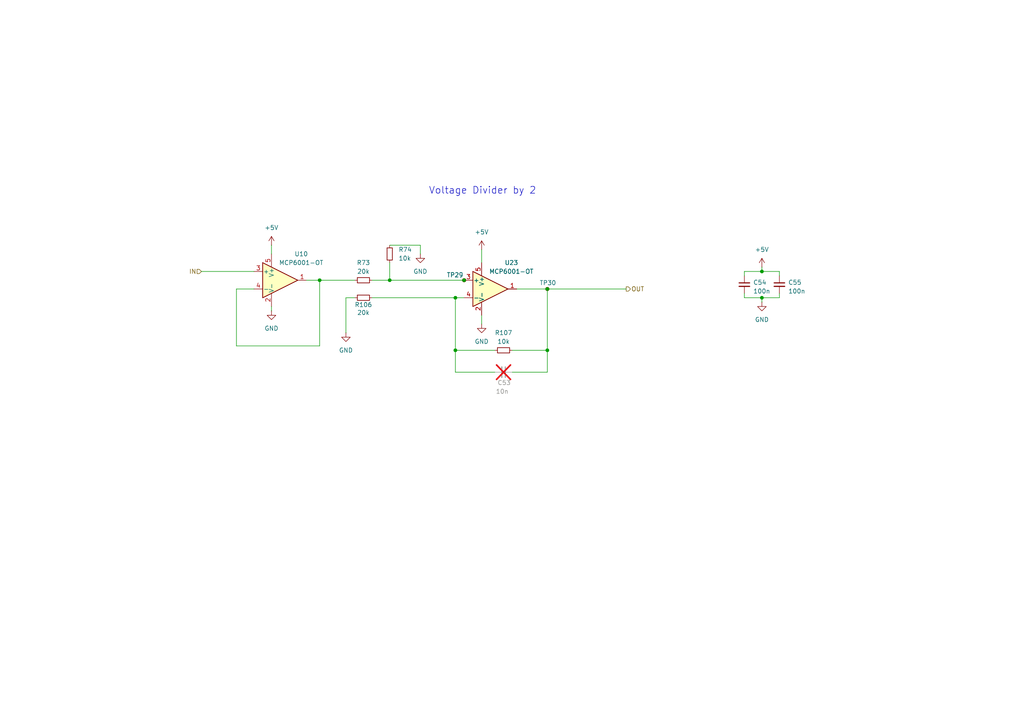
<source format=kicad_sch>
(kicad_sch (version 20250114) (generator "eeschema") (generator_version "9.0")
  (paper "A4")
  (lib_symbols
    (symbol "Amplifier_Operational:MCP6001-OT" (pin_names (offset 0.127))
      (property "Reference" "U" (at -1.27 6.35 0))
      (property "Value" "MCP6001-OT" (at -1.27 3.81 0))
      (symbol "MCP6001-OT_0_1"
        (polyline (pts (xy -5.08 5.08) (xy 5.08 0) (xy -5.08 -5.08) (xy -5.08 5.08)) (stroke (width 0.254)) (fill (type background)))
        (pin power_in line (at -2.54 7.62 270) (length 3.81) (name "V+") (number "5"))
        (pin power_in line (at -2.54 -7.62 90) (length 3.81) (name "V-") (number "2"))
      )
      (symbol "MCP6001-OT_1_1"
        (pin input line (at -7.62 2.54 0) (length 2.54) (name "+") (number "3"))
        (pin input line (at -7.62 -2.54 0) (length 2.54) (name "-") (number "4"))
        (pin output line (at 7.62 0 180) (length 2.54) (name "~") (number "1"))
      )
    )
    (symbol "Connector:TestPoint_Small" (pin_numbers (hide yes)) (pin_names (offset 0.762) (hide yes))
      (property "Reference" "TP" (at 0 3.81 0))
      (property "Value" "TestPoint_Small" (at 0 2.032 0))
      (symbol "TestPoint_Small_0_1"
        (circle (center 0 0) (radius 0.508))
      )
      (symbol "TestPoint_Small_1_1"
        (pin passive line (at 0 0 90) (length 0) (name "1") (number "1"))
      )
    )
    (symbol "Device:C_Small" (pin_numbers (hide yes)) (pin_names (offset 0.254) (hide yes))
      (property "Reference" "C" (at 0.254 1.778 0))
      (property "Value" "C_Small" (at 0.254 -2.032 0))
      (symbol "C_Small_0_1"
        (polyline (pts (xy -1.524 0.508) (xy 1.524 0.508)) (stroke (width 0.3048)))
        (polyline (pts (xy -1.524 -0.508) (xy 1.524 -0.508)) (stroke (width 0.3302)))
      )
      (symbol "C_Small_1_1"
        (pin passive line (at 0 2.54 270) (length 2.032) (name "~") (number "1"))
        (pin passive line (at 0 -2.54 90) (length 2.032) (name "~") (number "2"))
      )
    )
    (symbol "Device:R_Small" (pin_numbers (hide yes)) (pin_names (offset 0.254) (hide yes))
      (property "Reference" "R" (at 0.762 0.508 0))
      (property "Value" "R_Small" (at 0.762 -1.016 0))
      (symbol "R_Small_0_1"
        (rectangle (start -0.762 1.778) (end 0.762 -1.778) (stroke (width 0.2032)))
      )
      (symbol "R_Small_1_1"
        (pin passive line (at 0 2.54 270) (length 0.762) (name "~") (number "1"))
        (pin passive line (at 0 -2.54 90) (length 0.762) (name "~") (number "2"))
      )
    )
    (symbol "power:+5V" (power) (pin_numbers (hide yes)) (pin_names (offset 0) (hide yes))
      (property "Value" "+5V" (at 0 3.556 0))
      (symbol "+5V_0_1"
        (polyline (pts (xy -0.762 1.27) (xy 0 2.54)))
        (polyline (pts (xy 0 2.54) (xy 0.762 1.27)))
        (polyline (pts (xy 0 0) (xy 0 2.54)))
      )
      (symbol "+5V_1_1"
        (pin power_in line (at 0 0 90) (length 0) (name "~") (number "1"))
      )
    )
    (symbol "power:GND" (power) (pin_numbers (hide yes)) (pin_names (offset 0) (hide yes))
      (property "Value" "GND" (at 0 -3.81 0))
      (symbol "GND_0_1"
        (polyline (pts (xy 0 0) (xy 0 -1.27) (xy 1.27 -1.27) (xy 0 -2.54) (xy -1.27 -1.27) (xy 0 -1.27)))
      )
      (symbol "GND_1_1"
        (pin power_in line (at 0 0 270) (length 0) (name "~") (number "1"))
      )
    )
  )
  (text "Voltage Divider by 2\n" (at 139.954 55.372 0) (effects (font (size 2 2))))
  (junction (at 220.98 78.74))
  (junction (at 92.71 81.28))
  (junction (at 158.75 101.6))
  (junction (at 134.62 81.28))
  (junction (at 132.08 101.6))
  (junction (at 132.08 86.36))
  (junction (at 158.75 83.82))
  (junction (at 113.03 81.28))
  (junction (at 220.98 86.36))
  (wire (pts (xy 100.33 86.36) (xy 100.33 96.52)))
  (wire (pts (xy 139.7 72.39) (xy 139.7 76.2)))
  (wire (pts (xy 113.03 71.12) (xy 121.92 71.12)))
  (wire (pts (xy 92.71 81.28) (xy 102.87 81.28)))
  (wire (pts (xy 226.06 85.09) (xy 226.06 86.36)))
  (wire (pts (xy 78.74 71.12) (xy 78.74 73.66)))
  (wire (pts (xy 215.9 78.74) (xy 215.9 80.01)))
  (wire (pts (xy 226.06 86.36) (xy 220.98 86.36)))
  (wire (pts (xy 102.87 86.36) (xy 100.33 86.36)))
  (wire (pts (xy 226.06 78.74) (xy 220.98 78.74)))
  (wire (pts (xy 68.58 83.82) (xy 68.58 100.33)))
  (wire (pts (xy 226.06 80.01) (xy 226.06 78.74)))
  (wire (pts (xy 78.74 88.9) (xy 78.74 90.17)))
  (wire (pts (xy 143.51 107.95) (xy 132.08 107.95)))
  (wire (pts (xy 148.59 107.95) (xy 158.75 107.95)))
  (wire (pts (xy 215.9 86.36) (xy 220.98 86.36)))
  (wire (pts (xy 158.75 101.6) (xy 158.75 107.95)))
  (wire (pts (xy 107.95 86.36) (xy 132.08 86.36)))
  (wire (pts (xy 107.95 81.28) (xy 113.03 81.28)))
  (wire (pts (xy 149.86 83.82) (xy 158.75 83.82)))
  (wire (pts (xy 68.58 100.33) (xy 92.71 100.33)))
  (wire (pts (xy 220.98 78.74) (xy 220.98 77.47)))
  (wire (pts (xy 132.08 86.36) (xy 132.08 101.6)))
  (wire (pts (xy 73.66 83.82) (xy 68.58 83.82)))
  (wire (pts (xy 158.75 83.82) (xy 181.61 83.82)))
  (wire (pts (xy 92.71 100.33) (xy 92.71 81.28)))
  (wire (pts (xy 215.9 85.09) (xy 215.9 86.36)))
  (wire (pts (xy 113.03 81.28) (xy 134.62 81.28)))
  (wire (pts (xy 158.75 83.82) (xy 158.75 101.6)))
  (wire (pts (xy 121.92 71.12) (xy 121.92 73.66)))
  (wire (pts (xy 132.08 101.6) (xy 143.51 101.6)))
  (wire (pts (xy 58.42 78.74) (xy 73.66 78.74)))
  (wire (pts (xy 113.03 76.2) (xy 113.03 81.28)))
  (wire (pts (xy 132.08 107.95) (xy 132.08 101.6)))
  (wire (pts (xy 139.7 91.44) (xy 139.7 93.98)))
  (wire (pts (xy 220.98 87.63) (xy 220.98 86.36)))
  (wire (pts (xy 148.59 101.6) (xy 158.75 101.6)))
  (wire (pts (xy 88.9 81.28) (xy 92.71 81.28)))
  (wire (pts (xy 215.9 78.74) (xy 220.98 78.74)))
  (wire (pts (xy 132.08 86.36) (xy 134.62 86.36)))
  (hierarchical_label "IN" (shape input) (at 58.42 78.74 180))
  (hierarchical_label "OUT" (shape output) (at 181.61 83.82 0))
  (symbol (lib_id "Amplifier_Operational:MCP6001-OT") (at 142.24 83.82 0) (unit 1)
    (property "Reference" "U23" (at 148.336 76.2 0))
    (property "Value" "MCP6001-OT" (at 148.336 78.74 0))
    (property "Footprint" "Package_TO_SOT_SMD:SOT-23-5" (effects (hide yes)))
    (property "Datasheet" "https://ww1.microchip.com/downloads/en/DeviceDoc/MCP6001-1R-1U-2-4-1-MHz-Low-Power-Op-Amp-DS20001733L.pdf" (effects (hide yes)))
    (property "Description" "1MHz, Low-Power Op Amp, SOT-23-5" (effects (hide yes)))
  )
  (symbol (lib_id "power:GND") (at 100.33 96.52 0) (unit 1)
    (property "Reference" "#PWR0215" (effects (hide yes)))
    (property "Value" "GND" (at 100.33 101.6 0))
    (property "Description" "Power symbol creates a global label with name \"GND\" , ground" (effects (hide yes)))
  )
  (symbol (lib_id "Connector:TestPoint_Small") (at 158.75 83.82 0) (unit 1)
    (property "Reference" "TP30" (at 156.464 82.042 0) (effects (justify left)))
    (property "Value" "TestPoint_Small" (effects (hide yes)))
    (property "Footprint" "TestPoint:TestPoint_THTPad_D1.0mm_Drill0.5mm" (effects (hide yes)))
    (property "Description" "test point" (effects (hide yes)))
  )
  (symbol (lib_id "power:+5V") (at 78.74 71.12 0) (unit 1)
    (property "Reference" "#PWR073" (effects (hide yes)))
    (property "Value" "+5V" (at 78.74 66.04 0))
    (property "Description" "Power symbol creates a global label with name \"+5V\"" (effects (hide yes)))
  )
  (symbol (lib_id "power:GND") (at 78.74 90.17 0) (unit 1)
    (property "Reference" "#PWR072" (effects (hide yes)))
    (property "Value" "GND" (at 78.74 95.25 0))
    (property "Description" "Power symbol creates a global label with name \"GND\" , ground" (effects (hide yes)))
  )
  (symbol (lib_id "power:GND") (at 121.92 73.66 0) (unit 1)
    (property "Reference" "#PWR0153" (effects (hide yes)))
    (property "Value" "GND" (at 121.92 78.74 0))
    (property "Description" "Power symbol creates a global label with name \"GND\" , ground" (effects (hide yes)))
  )
  (symbol (lib_id "Amplifier_Operational:MCP6001-OT") (at 81.28 81.28 0) (unit 1)
    (property "Reference" "U10" (at 87.376 73.66 0))
    (property "Value" "MCP6001-OT" (at 87.376 76.2 0))
    (property "Footprint" "Package_TO_SOT_SMD:SOT-23-5" (effects (hide yes)))
    (property "Datasheet" "https://ww1.microchip.com/downloads/en/DeviceDoc/MCP6001-1R-1U-2-4-1-MHz-Low-Power-Op-Amp-DS20001733L.pdf" (effects (hide yes)))
    (property "Description" "1MHz, Low-Power Op Amp, SOT-23-5" (effects (hide yes)))
  )
  (symbol (lib_id "Device:C_Small") (at 226.06 82.55 0) (unit 1)
    (property "Reference" "C55" (at 228.6 81.9213 0) (effects (justify left)))
    (property "Value" "100n" (at 228.6 84.4613 0) (effects (justify left)))
    (property "Footprint" "Capacitor_SMD:C_0603_1608Metric" (effects (hide yes)))
  )
  (symbol (lib_id "power:GND") (at 220.98 87.63 0) (unit 1)
    (property "Reference" "#PWR0157" (effects (hide yes)))
    (property "Value" "GND" (at 220.98 92.71 0))
  )
  (symbol (lib_id "power:+5V") (at 139.7 72.39 0) (unit 1)
    (property "Reference" "#PWR0154" (effects (hide yes)))
    (property "Value" "+5V" (at 139.7 67.31 0))
    (property "Description" "Power symbol creates a global label with name \"+5V\"" (effects (hide yes)))
  )
  (symbol (lib_id "Device:R_Small") (at 146.05 101.6 90) (unit 1)
    (property "Reference" "R107" (at 146.05 96.52 90))
    (property "Value" "10k" (at 146.05 99.06 90))
    (property "Footprint" "Resistor_SMD:R_0603_1608Metric" (effects (hide yes)))
    (property "Description" "Resistor, small symbol" (effects (hide yes)))
  )
  (symbol (lib_id "Device:R_Small") (at 105.41 86.36 90) (unit 1)
    (property "Reference" "R106" (at 105.41 88.392 90))
    (property "Value" "20k" (at 105.41 90.678 90))
    (property "Footprint" "Resistor_SMD:R_0603_1608Metric" (effects (hide yes)))
    (property "Description" "Resistor, small symbol" (effects (hide yes)))
  )
  (symbol (lib_id "power:+5V") (at 220.98 77.47 0) (unit 1)
    (property "Reference" "#PWR0156" (effects (hide yes)))
    (property "Value" "+5V" (at 220.98 72.39 0))
    (property "Description" "Power symbol creates a global label with name \"+5V\"" (effects (hide yes)))
  )
  (symbol (lib_id "Device:R_Small") (at 105.41 81.28 90) (unit 1)
    (property "Reference" "R73" (at 105.41 76.2 90))
    (property "Value" "20k" (at 105.41 78.74 90))
    (property "Footprint" "Resistor_SMD:R_0603_1608Metric" (effects (hide yes)))
    (property "Description" "Resistor, small symbol" (effects (hide yes)))
  )
  (symbol (lib_id "Device:C_Small") (at 215.9 82.55 0) (unit 1)
    (property "Reference" "C54" (at 218.44 81.9213 0) (effects (justify left)))
    (property "Value" "100n" (at 218.44 84.4613 0) (effects (justify left)))
    (property "Footprint" "Capacitor_SMD:C_0603_1608Metric" (effects (hide yes)))
  )
  (symbol (lib_id "Connector:TestPoint_Small") (at 134.62 81.28 0) (unit 1)
    (property "Reference" "TP29" (at 129.54 79.756 0) (effects (justify left)))
    (property "Value" "TestPoint_Small" (effects (hide yes)))
    (property "Footprint" "TestPoint:TestPoint_THTPad_D1.0mm_Drill0.5mm" (effects (hide yes)))
    (property "Description" "test point" (effects (hide yes)))
  )
  (symbol (lib_id "Device:C_Small") (at 146.05 107.95 270) (unit 1) (dnp yes)
    (property "Reference" "C53" (at 144.272 110.998 90) (effects (justify left)))
    (property "Value" "10n" (at 143.764 113.538 90) (effects (justify left)))
    (property "Footprint" "Capacitor_SMD:C_0603_1608Metric" (effects (hide yes)))
  )
  (symbol (lib_id "power:GND") (at 139.7 93.98 0) (unit 1)
    (property "Reference" "#PWR0155" (effects (hide yes)))
    (property "Value" "GND" (at 139.7 99.06 0))
    (property "Description" "Power symbol creates a global label with name \"GND\" , ground" (effects (hide yes)))
  )
  (symbol (lib_id "Device:R_Small") (at 113.03 73.66 180) (unit 1)
    (property "Reference" "R74" (at 115.57 72.3899 0) (effects (justify right)))
    (property "Value" "10k" (at 115.57 74.9299 0) (effects (justify right)))
    (property "Footprint" "Resistor_SMD:R_0603_1608Metric" (effects (hide yes)))
    (property "Description" "Resistor, small symbol" (effects (hide yes)))
  )
)
</source>
